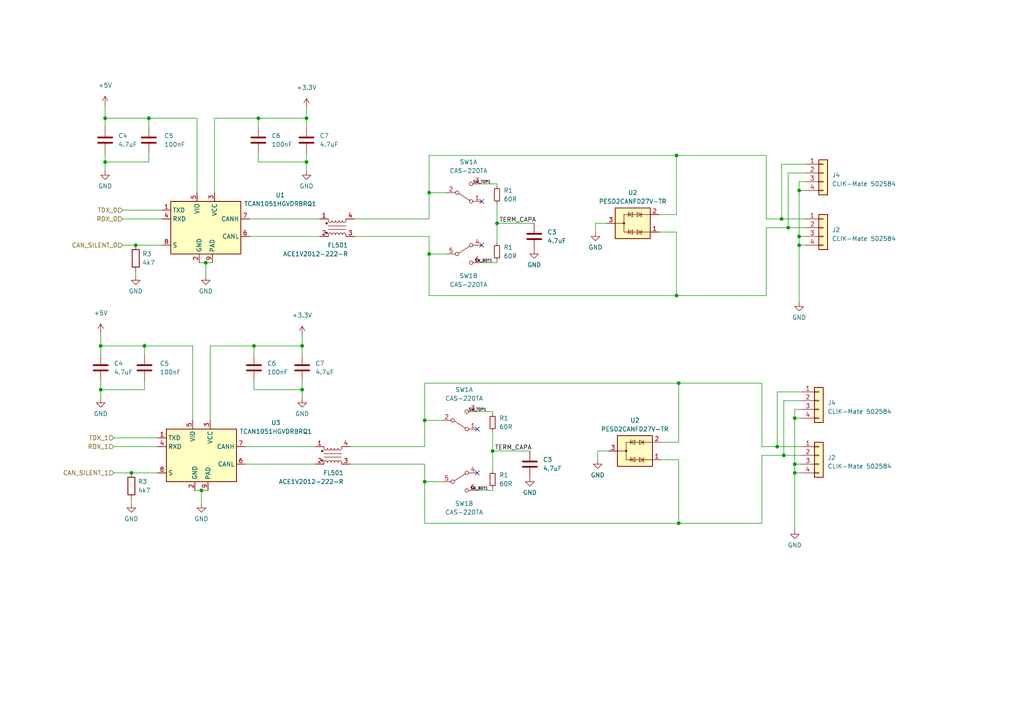
<source format=kicad_sch>
(kicad_sch (version 20230121) (generator eeschema)
  (paper "A4")
  (title_block (title "CAN BUS") (date "2023-11-15") (rev "1.0") (comment 1 "Author Originel: Yassine Bakkali") (comment 2 "Revision faite par Pedro Conde"))
  (lib_symbols
    (symbol "0_power_protection:PESD2CANFD27V-TR" (pin_names hide)
      (property "Reference" "U" (at -3.81 -6.985 0))
      (property "Value" "PESD2CANFD27V-TR" (at 14.605 -7.62 0))
      (symbol "PESD2CANFD27V-TR_0_0"
        (pin passive line (at 0 -8.255 90) (length 2.54) (name "CC") (number "3"))
      )
      (symbol "PESD2CANFD27V-TR_0_1"
        (rectangle (start -4.445 4.445) (end 4.445 -5.715) (stroke (width 0.254)) (fill (type background)))
        (circle (center 0 -3.175) (radius 0.254) (fill (type outline)))
        (polyline (pts (xy -2.54 -3.175) (xy -2.54 -1.905)))
        (polyline (pts (xy -2.54 -3.175) (xy 2.54 -3.175)))
        (polyline (pts (xy -2.54 1.905) (xy -2.54 -1.905)))
        (polyline (pts (xy -2.54 4.445) (xy -2.54 1.905)))
        (polyline (pts (xy 0 -3.175) (xy 0 -5.715)))
        (polyline (pts (xy 2.54 -3.175) (xy 2.54 -1.905)))
        (polyline (pts (xy 2.54 1.905) (xy 2.54 -1.905)))
        (polyline (pts (xy 2.54 4.445) (xy 2.54 1.905)))
        (polyline (pts (xy -3.175 -1.651) (xy -3.175 -1.905) (xy -1.905 -1.905)))
        (polyline (pts (xy -3.175 1.905) (xy -1.905 1.905) (xy -1.905 1.651)))
        (polyline (pts (xy 1.905 -1.651) (xy 1.905 -1.905) (xy 3.175 -1.905)))
        (polyline (pts (xy 1.905 1.905) (xy 3.175 1.905) (xy 3.175 1.651)))
        (polyline (pts (xy -2.54 -1.905) (xy -3.175 -0.635) (xy -1.905 -0.635) (xy -2.54 -1.905)))
        (polyline (pts (xy -2.54 1.905) (xy -1.905 0.635) (xy -3.175 0.635) (xy -2.54 1.905)))
        (polyline (pts (xy 2.54 -1.905) (xy 1.905 -0.635) (xy 3.175 -0.635) (xy 2.54 -1.905)))
        (polyline (pts (xy 2.54 1.905) (xy 3.175 0.635) (xy 1.905 0.635) (xy 2.54 1.905)))
      )
      (symbol "PESD2CANFD27V-TR_1_1"
        (pin passive line (at 2.54 6.985 270) (length 2.54) (name "K1") (number "1"))
        (pin passive line (at -2.54 6.985 270) (length 2.54) (name "K2") (number "2"))
      )
    )
    (symbol "Connector_Generic:Conn_01x04" (pin_names (offset 1.016) hide)
      (property "Reference" "J" (at 0 5.08 0))
      (property "Value" "Conn_01x04" (at 0 -7.62 0))
      (symbol "Conn_01x04_1_1"
        (rectangle (start -1.27 -4.953) (end 0 -5.207) (stroke (width 0.1524)))
        (rectangle (start -1.27 -2.413) (end 0 -2.667) (stroke (width 0.1524)))
        (rectangle (start -1.27 0.127) (end 0 -0.127) (stroke (width 0.1524)))
        (rectangle (start -1.27 2.667) (end 0 2.413) (stroke (width 0.1524)))
        (rectangle (start -1.27 3.81) (end 1.27 -6.35) (stroke (width 0.254)) (fill (type background)))
        (pin passive line (at -5.08 2.54 0) (length 3.81) (name "Pin_1") (number "1"))
        (pin passive line (at -5.08 0 0) (length 3.81) (name "Pin_2") (number "2"))
        (pin passive line (at -5.08 -2.54 0) (length 3.81) (name "Pin_3") (number "3"))
        (pin passive line (at -5.08 -5.08 0) (length 3.81) (name "Pin_4") (number "4"))
      )
    )
    (symbol "Device:C" (pin_numbers hide) (pin_names (offset 0.254))
      (property "Reference" "C" (at 0.635 2.54 0))
      (property "Value" "C" (at 0.635 -2.54 0))
      (symbol "C_0_1"
        (polyline (pts (xy -2.032 -0.762) (xy 2.032 -0.762)) (stroke (width 0.508)))
        (polyline (pts (xy -2.032 0.762) (xy 2.032 0.762)) (stroke (width 0.508)))
      )
      (symbol "C_1_1"
        (pin passive line (at 0 3.81 270) (length 2.794) (name "~") (number "1"))
        (pin passive line (at 0 -3.81 90) (length 2.794) (name "~") (number "2"))
      )
    )
    (symbol "Device:Filter_EMI_LL_1423" (pin_names hide)
      (property "Reference" "FL" (at 0 4.445 0))
      (property "Value" "Filter_EMI_LL_1423" (at 0 -4.445 0))
      (symbol "Filter_EMI_LL_1423_0_1"
        (circle (center -3.048 -1.27) (radius 0.254) (fill (type outline)))
        (circle (center -3.048 1.524) (radius 0.254) (fill (type outline)))
        (arc (start -2.54 2.032) (mid -2.032 1.5262) (end -1.524 2.032))
        (arc (start -1.524 -2.032) (mid -2.032 -1.5262) (end -2.54 -2.032))
        (arc (start -1.524 2.032) (mid -1.016 1.5262) (end -0.508 2.032))
        (arc (start -0.508 -2.032) (mid -1.016 -1.5262) (end -1.524 -2.032))
        (arc (start -0.508 2.032) (mid 0 1.5262) (end 0.508 2.032))
        (polyline (pts (xy -2.54 -2.032) (xy -2.54 -2.54)))
        (polyline (pts (xy -2.54 0.508) (xy 2.54 0.508)))
        (polyline (pts (xy -2.54 2.032) (xy -2.54 2.54)))
        (polyline (pts (xy 2.54 -2.032) (xy 2.54 -2.54)))
        (polyline (pts (xy 2.54 -0.508) (xy -2.54 -0.508)))
        (polyline (pts (xy 2.54 2.54) (xy 2.54 2.032)))
        (arc (start 0.508 -2.032) (mid 0 -1.5262) (end -0.508 -2.032))
        (arc (start 0.508 2.032) (mid 1.016 1.5262) (end 1.524 2.032))
        (arc (start 1.524 -2.032) (mid 1.016 -1.5262) (end 0.508 -2.032))
        (arc (start 1.524 2.032) (mid 2.032 1.5262) (end 2.54 2.032))
        (arc (start 2.54 -2.032) (mid 2.032 -1.5262) (end 1.524 -2.032))
      )
      (symbol "Filter_EMI_LL_1423_1_1"
        (pin passive line (at -5.08 -2.54 0) (length 2.54) (name "1") (number "1"))
        (pin passive line (at -5.08 2.54 0) (length 2.54) (name "2") (number "2"))
        (pin passive line (at 5.08 2.54 180) (length 2.54) (name "3") (number "3"))
        (pin passive line (at 5.08 -2.54 180) (length 2.54) (name "4") (number "4"))
      )
    )
    (symbol "Device:R" (pin_numbers hide) (pin_names (offset 0))
      (property "Reference" "R" (at 2.032 0 90))
      (property "Value" "R" (at 0 0 90))
      (symbol "R_0_1"
        (rectangle (start -1.016 -2.54) (end 1.016 2.54) (stroke (width 0.254)))
      )
      (symbol "R_1_1"
        (pin passive line (at 0 3.81 270) (length 1.27) (name "~") (number "1"))
        (pin passive line (at 0 -3.81 90) (length 1.27) (name "~") (number "2"))
      )
    )
    (symbol "Device:R_Small" (pin_numbers hide) (pin_names (offset 0.254) hide)
      (property "Reference" "R" (at 0.762 0.508 0))
      (property "Value" "R_Small" (at 0.762 -1.016 0))
      (symbol "R_Small_0_1"
        (rectangle (start -0.762 1.778) (end 0.762 -1.778) (stroke (width 0.2032)))
      )
      (symbol "R_Small_1_1"
        (pin passive line (at 0 2.54 270) (length 0.762) (name "~") (number "1"))
        (pin passive line (at 0 -2.54 90) (length 0.762) (name "~") (number "2"))
      )
    )
    (symbol "Jetson Hat:TCAN1051HGDQ1"
      (property "Reference" "U2" (at 10.16 8.89 0))
      (property "Value" "TCAN1051HGVDRBRQ1" (at -3.175 -9.525 0))
      (symbol "TCAN1051HGDQ1_0_1"
        (rectangle (start -10.16 7.62) (end 10.16 -7.62) (stroke (width 0.254)) (fill (type background)))
      )
      (symbol "TCAN1051HGDQ1_1_1"
        (pin input line (at -12.7 5.08 0) (length 2.54) (name "TXD") (number "1"))
        (pin power_in line (at -1.905 -10.16 90) (length 2.54) (name "GND") (number "2"))
        (pin power_in line (at 2.54 10.16 270) (length 2.54) (name "VCC") (number "3"))
        (pin output line (at -12.7 2.54 0) (length 2.54) (name "RXD") (number "4"))
        (pin power_in line (at -2.54 10.16 270) (length 2.54) (name "VIO") (number "5"))
        (pin bidirectional line (at 12.7 -2.54 180) (length 2.54) (name "CANL") (number "6"))
        (pin bidirectional line (at 12.7 2.54 180) (length 2.54) (name "CANH") (number "7"))
        (pin input line (at -12.7 -5.08 0) (length 2.54) (name "S") (number "8"))
        (pin passive line (at 1.905 -10.16 90) (length 2.54) (name "PAD") (number "9"))
      )
    )
    (symbol "PCM_4ms_Power-symbol:GND" (power) (pin_names (offset 0))
      (property "Value" "GND" (at 0 -3.81 0))
      (symbol "GND_0_1"
        (polyline (pts (xy 0 0) (xy 0 -1.27) (xy 1.27 -1.27) (xy 0 -2.54) (xy -1.27 -1.27) (xy 0 -1.27)))
      )
      (symbol "GND_1_1"
        (pin power_in line (at 0 0 270) (length 0) hide (name "GND") (number "1"))
      )
    )
    (symbol "Switch:SW_DPDT_x2" (pin_names (offset 0) hide)
      (property "Reference" "SW" (at 0 4.318 0))
      (property "Value" "SW_DPDT_x2" (at 0 -5.08 0))
      (symbol "SW_DPDT_x2_0_0"
        (circle (center -2.032 0) (radius 0.508))
        (circle (center 2.032 -2.54) (radius 0.508))
      )
      (symbol "SW_DPDT_x2_0_1"
        (polyline (pts (xy -1.524 0.254) (xy 1.651 2.286)))
        (circle (center 2.032 2.54) (radius 0.508))
      )
      (symbol "SW_DPDT_x2_1_1"
        (pin passive line (at 5.08 2.54 180) (length 2.54) (name "A") (number "1"))
        (pin passive line (at -5.08 0 0) (length 2.54) (name "B") (number "2"))
        (pin passive line (at 5.08 -2.54 180) (length 2.54) (name "C") (number "3"))
      )
      (symbol "SW_DPDT_x2_2_1"
        (pin passive line (at 5.08 2.54 180) (length 2.54) (name "A") (number "4"))
        (pin passive line (at -5.08 0 0) (length 2.54) (name "B") (number "5"))
        (pin passive line (at 5.08 -2.54 180) (length 2.54) (name "C") (number "6"))
      )
    )
    (symbol "power:+3.3V" (power) (pin_names (offset 0))
      (property "Value" "+3.3V" (at 0 3.556 0))
      (symbol "+3.3V_0_1"
        (polyline (pts (xy -0.762 1.27) (xy 0 2.54)))
        (polyline (pts (xy 0 0) (xy 0 2.54)))
        (polyline (pts (xy 0 2.54) (xy 0.762 1.27)))
      )
      (symbol "+3.3V_1_1"
        (pin power_in line (at 0 0 90) (length 0) hide (name "+3.3V") (number "1"))
      )
    )
    (symbol "power:+5V" (power) (pin_names (offset 0))
      (property "Value" "+5V" (at 0 3.556 0))
      (symbol "+5V_0_1"
        (polyline (pts (xy -0.762 1.27) (xy 0 2.54)))
        (polyline (pts (xy 0 0) (xy 0 2.54)))
        (polyline (pts (xy 0 2.54) (xy 0.762 1.27)))
      )
      (symbol "+5V_1_1"
        (pin power_in line (at 0 0 90) (length 0) hide (name "+5V") (number "1"))
      )
    )
    (symbol "power:GND" (power) (pin_names (offset 0))
      (property "Value" "GND" (at 0 -3.81 0))
      (symbol "GND_0_1"
        (polyline (pts (xy 0 0) (xy 0 -1.27) (xy 1.27 -1.27) (xy 0 -2.54) (xy -1.27 -1.27) (xy 0 -1.27)))
      )
      (symbol "GND_1_1"
        (pin power_in line (at 0 0 270) (length 0) hide (name "GND") (number "1"))
      )
    )
  )
  (junction (at 123.19 121.92))
  (junction (at 29.21 100.33))
  (junction (at 231.775 68.58))
  (junction (at 196.85 111.125))
  (junction (at 196.85 151.765))
  (junction (at 230.505 137.16))
  (junction (at 226.695 63.5))
  (junction (at 87.63 100.33))
  (junction (at 123.19 139.7))
  (junction (at 88.9 46.99))
  (junction (at 231.775 71.12))
  (junction (at 38.1 137.16))
  (junction (at 88.9 34.29))
  (junction (at 228.6 66.04))
  (junction (at 29.21 113.03))
  (junction (at 74.93 34.29))
  (junction (at 43.18 34.29))
  (junction (at 144.145 64.77))
  (junction (at 230.505 121.285))
  (junction (at 30.48 34.29))
  (junction (at 196.215 85.725))
  (junction (at 41.91 100.33))
  (junction (at 58.42 142.24))
  (junction (at 227.33 132.08))
  (junction (at 231.775 55.245))
  (junction (at 142.875 130.81))
  (junction (at 196.215 45.085))
  (junction (at 87.63 113.03))
  (junction (at 30.48 46.99))
  (junction (at 59.69 76.2))
  (junction (at 124.46 73.66))
  (junction (at 73.66 100.33))
  (junction (at 225.425 129.54))
  (junction (at 39.37 71.12))
  (junction (at 124.46 55.88))
  (junction (at 230.505 134.62))
  (no_connect (at 138.43 137.16))
  (no_connect (at 138.43 124.46))
  (no_connect (at 139.7 71.12))
  (no_connect (at 139.7 58.42))
  (wire (pts (xy 225.425 129.54) (xy 232.41 129.54)))
  (wire (pts (xy 227.33 132.08) (xy 232.41 132.08)))
  (wire (pts (xy 73.66 113.03) (xy 73.66 110.49)))
  (wire (pts (xy 56.515 142.24) (xy 58.42 142.24)))
  (wire (pts (xy 142.875 130.81) (xy 142.875 136.525)))
  (wire (pts (xy 73.66 113.03) (xy 87.63 113.03)))
  (wire (pts (xy 222.25 66.04) (xy 228.6 66.04)))
  (wire (pts (xy 30.48 30.48) (xy 30.48 34.29)))
  (wire (pts (xy 196.85 133.35) (xy 191.77 133.35)))
  (wire (pts (xy 230.505 134.62) (xy 232.41 134.62)))
  (wire (pts (xy 144.145 75.565) (xy 144.145 76.2)))
  (wire (pts (xy 39.37 78.74) (xy 39.37 80.01)))
  (wire (pts (xy 73.66 100.33) (xy 60.96 100.33)))
  (wire (pts (xy 39.37 71.12) (xy 46.99 71.12)))
  (wire (pts (xy 87.63 100.33) (xy 87.63 102.87)))
  (wire (pts (xy 29.21 96.52) (xy 29.21 100.33)))
  (wire (pts (xy 142.875 119.38) (xy 138.43 119.38)))
  (wire (pts (xy 72.39 63.5) (xy 92.71 63.5)))
  (wire (pts (xy 231.775 68.58) (xy 233.68 68.58)))
  (wire (pts (xy 231.775 55.245) (xy 231.775 68.58)))
  (wire (pts (xy 60.325 142.24) (xy 58.42 142.24)))
  (wire (pts (xy 29.21 100.33) (xy 41.91 100.33)))
  (wire (pts (xy 230.505 121.285) (xy 230.505 118.745)))
  (wire (pts (xy 230.505 118.745) (xy 232.41 118.745)))
  (wire (pts (xy 38.1 137.16) (xy 45.72 137.16)))
  (wire (pts (xy 144.145 76.2) (xy 139.7 76.2)))
  (wire (pts (xy 41.91 99.695) (xy 41.91 100.33)))
  (wire (pts (xy 231.775 68.58) (xy 231.775 71.12)))
  (wire (pts (xy 87.63 97.155) (xy 87.63 100.33)))
  (wire (pts (xy 30.48 34.29) (xy 30.48 36.83)))
  (wire (pts (xy 172.72 64.77) (xy 175.895 64.77)))
  (wire (pts (xy 73.66 102.87) (xy 73.66 100.33)))
  (wire (pts (xy 43.18 34.29) (xy 43.18 36.83)))
  (wire (pts (xy 196.215 85.725) (xy 196.215 67.31)))
  (wire (pts (xy 101.6 129.54) (xy 123.19 129.54)))
  (wire (pts (xy 142.875 125.095) (xy 142.875 130.81)))
  (wire (pts (xy 41.91 100.33) (xy 41.91 102.87)))
  (wire (pts (xy 88.9 46.99) (xy 88.9 49.53)))
  (wire (pts (xy 220.98 111.125) (xy 220.98 129.54)))
  (wire (pts (xy 230.505 153.67) (xy 230.505 137.16)))
  (wire (pts (xy 60.96 100.33) (xy 60.96 121.92)))
  (wire (pts (xy 74.93 36.83) (xy 74.93 34.29)))
  (wire (pts (xy 88.9 34.29) (xy 88.9 36.83)))
  (wire (pts (xy 29.21 113.03) (xy 29.21 115.57)))
  (wire (pts (xy 231.775 55.245) (xy 231.775 52.705)))
  (wire (pts (xy 74.93 46.99) (xy 74.93 44.45)))
  (wire (pts (xy 230.505 134.62) (xy 230.505 137.16)))
  (wire (pts (xy 173.355 133.35) (xy 173.355 130.81)))
  (wire (pts (xy 124.46 68.58) (xy 124.46 73.66)))
  (wire (pts (xy 33.02 129.54) (xy 45.72 129.54)))
  (wire (pts (xy 123.19 139.7) (xy 128.27 139.7)))
  (wire (pts (xy 62.23 34.29) (xy 62.23 55.88)))
  (wire (pts (xy 124.46 73.66) (xy 129.54 73.66)))
  (wire (pts (xy 73.66 100.33) (xy 87.63 100.33)))
  (wire (pts (xy 220.98 132.08) (xy 220.98 151.765)))
  (wire (pts (xy 123.19 139.7) (xy 123.19 151.765)))
  (wire (pts (xy 74.93 46.99) (xy 88.9 46.99)))
  (wire (pts (xy 43.18 33.655) (xy 43.18 34.29)))
  (wire (pts (xy 87.63 110.49) (xy 87.63 113.03)))
  (wire (pts (xy 123.19 134.62) (xy 123.19 139.7)))
  (wire (pts (xy 220.98 132.08) (xy 227.33 132.08)))
  (wire (pts (xy 226.695 63.5) (xy 233.68 63.5)))
  (wire (pts (xy 124.46 45.085) (xy 124.46 55.88)))
  (wire (pts (xy 61.595 76.2) (xy 59.69 76.2)))
  (wire (pts (xy 88.9 31.115) (xy 88.9 34.29)))
  (wire (pts (xy 88.9 44.45) (xy 88.9 46.99)))
  (wire (pts (xy 123.19 151.765) (xy 196.85 151.765)))
  (wire (pts (xy 196.85 151.765) (xy 220.98 151.765)))
  (wire (pts (xy 124.46 55.88) (xy 124.46 63.5)))
  (wire (pts (xy 124.46 55.88) (xy 129.54 55.88)))
  (wire (pts (xy 30.48 34.29) (xy 43.18 34.29)))
  (wire (pts (xy 38.1 144.78) (xy 38.1 146.05)))
  (wire (pts (xy 41.91 113.03) (xy 29.21 113.03)))
  (wire (pts (xy 230.505 121.285) (xy 232.41 121.285)))
  (wire (pts (xy 41.91 100.33) (xy 55.88 100.33)))
  (wire (pts (xy 102.87 63.5) (xy 124.46 63.5)))
  (wire (pts (xy 35.56 63.5) (xy 46.99 63.5)))
  (wire (pts (xy 196.85 128.27) (xy 191.77 128.27)))
  (wire (pts (xy 43.18 46.99) (xy 30.48 46.99)))
  (wire (pts (xy 123.19 111.125) (xy 196.85 111.125)))
  (wire (pts (xy 74.93 34.29) (xy 62.23 34.29)))
  (wire (pts (xy 231.775 71.12) (xy 233.68 71.12)))
  (wire (pts (xy 226.695 47.625) (xy 226.695 63.5)))
  (wire (pts (xy 144.145 64.77) (xy 144.145 70.485)))
  (wire (pts (xy 43.18 44.45) (xy 43.18 46.99)))
  (wire (pts (xy 228.6 66.04) (xy 233.68 66.04)))
  (wire (pts (xy 142.875 142.24) (xy 138.43 142.24)))
  (wire (pts (xy 123.19 121.92) (xy 128.27 121.92)))
  (wire (pts (xy 71.12 134.62) (xy 91.44 134.62)))
  (wire (pts (xy 124.46 45.085) (xy 196.215 45.085)))
  (wire (pts (xy 225.425 129.54) (xy 220.98 129.54)))
  (wire (pts (xy 144.145 53.34) (xy 139.7 53.34)))
  (wire (pts (xy 144.145 64.77) (xy 154.94 64.77)))
  (wire (pts (xy 71.12 129.54) (xy 91.44 129.54)))
  (wire (pts (xy 41.91 110.49) (xy 41.91 113.03)))
  (wire (pts (xy 227.33 116.205) (xy 227.33 132.08)))
  (wire (pts (xy 142.875 120.015) (xy 142.875 119.38)))
  (wire (pts (xy 29.21 113.03) (xy 29.21 110.49)))
  (wire (pts (xy 30.48 46.99) (xy 30.48 49.53)))
  (wire (pts (xy 33.02 137.16) (xy 38.1 137.16)))
  (wire (pts (xy 123.19 111.125) (xy 123.19 121.92)))
  (wire (pts (xy 196.215 45.085) (xy 196.215 62.23)))
  (wire (pts (xy 144.145 59.055) (xy 144.145 64.77)))
  (wire (pts (xy 43.18 34.29) (xy 57.15 34.29)))
  (wire (pts (xy 230.505 121.285) (xy 230.505 134.62)))
  (wire (pts (xy 226.695 47.625) (xy 233.68 47.625)))
  (wire (pts (xy 144.145 53.975) (xy 144.145 53.34)))
  (wire (pts (xy 124.46 73.66) (xy 124.46 85.725)))
  (wire (pts (xy 142.875 141.605) (xy 142.875 142.24)))
  (wire (pts (xy 30.48 46.99) (xy 30.48 44.45)))
  (wire (pts (xy 196.215 85.725) (xy 222.25 85.725)))
  (wire (pts (xy 59.69 76.2) (xy 59.69 80.01)))
  (wire (pts (xy 124.46 85.725) (xy 196.215 85.725)))
  (wire (pts (xy 173.355 130.81) (xy 176.53 130.81)))
  (wire (pts (xy 58.42 142.24) (xy 58.42 146.05)))
  (wire (pts (xy 196.85 151.765) (xy 196.85 133.35)))
  (wire (pts (xy 172.72 67.31) (xy 172.72 64.77)))
  (wire (pts (xy 35.56 60.96) (xy 46.99 60.96)))
  (wire (pts (xy 57.785 76.2) (xy 59.69 76.2)))
  (wire (pts (xy 33.02 127) (xy 45.72 127)))
  (wire (pts (xy 196.215 62.23) (xy 191.135 62.23)))
  (wire (pts (xy 196.215 67.31) (xy 191.135 67.31)))
  (wire (pts (xy 231.775 55.245) (xy 233.68 55.245)))
  (wire (pts (xy 142.875 130.81) (xy 153.67 130.81)))
  (wire (pts (xy 227.33 116.205) (xy 232.41 116.205)))
  (wire (pts (xy 222.25 66.04) (xy 222.25 85.725)))
  (wire (pts (xy 231.775 87.63) (xy 231.775 71.12)))
  (wire (pts (xy 72.39 68.58) (xy 92.71 68.58)))
  (wire (pts (xy 196.85 111.125) (xy 220.98 111.125)))
  (wire (pts (xy 74.93 34.29) (xy 88.9 34.29)))
  (wire (pts (xy 196.215 45.085) (xy 222.25 45.085)))
  (wire (pts (xy 222.25 45.085) (xy 222.25 63.5)))
  (wire (pts (xy 231.775 52.705) (xy 233.68 52.705)))
  (wire (pts (xy 123.19 121.92) (xy 123.19 129.54)))
  (wire (pts (xy 87.63 113.03) (xy 87.63 115.57)))
  (wire (pts (xy 228.6 50.165) (xy 233.68 50.165)))
  (wire (pts (xy 228.6 50.165) (xy 228.6 66.04)))
  (wire (pts (xy 225.425 113.665) (xy 232.41 113.665)))
  (wire (pts (xy 29.21 100.33) (xy 29.21 102.87)))
  (wire (pts (xy 35.56 71.12) (xy 39.37 71.12)))
  (wire (pts (xy 102.87 68.58) (xy 124.46 68.58)))
  (wire (pts (xy 225.425 113.665) (xy 225.425 129.54)))
  (wire (pts (xy 101.6 134.62) (xy 123.19 134.62)))
  (wire (pts (xy 196.85 111.125) (xy 196.85 128.27)))
  (wire (pts (xy 226.695 63.5) (xy 222.25 63.5)))
  (wire (pts (xy 57.15 34.29) (xy 57.15 55.88)))
  (wire (pts (xy 55.88 100.33) (xy 55.88 121.92)))
  (wire (pts (xy 230.505 137.16) (xy 232.41 137.16)))
  (label "SW_TOP1" (at 142.3982 53.34 180) (effects (font (size 0.762 0.762))))
  (label "TERM_CAPA" (at 143.51 130.81 0))
  (label "SW_TOP1" (at 141.1282 119.38 180) (effects (font (size 0.762 0.762))))
  (label "SW_BOT1" (at 142.875 76.2 180) (effects (font (size 0.762 0.762))))
  (label "SW_BOT1" (at 141.605 142.24 180) (effects (font (size 0.762 0.762))))
  (label "TERM_CAPA" (at 144.78 64.77 0))
  (hierarchical_label "CAN_SILENT_0" (shape input) (at 35.56 71.12 180))
  (hierarchical_label "TDX_1" (shape input) (at 33.02 127 180))
  (hierarchical_label "RDX_0" (shape input) (at 35.56 63.5 180))
  (hierarchical_label "RDX_1" (shape input) (at 33.02 129.54 180))
  (hierarchical_label "TDX_0" (shape input) (at 35.56 60.96 180))
  (hierarchical_label "CAN_SILENT_1" (shape input) (at 33.02 137.16 180))
  (symbol (lib_id "power:+3.3V") (at 88.9 31.115 0) (unit 1)
    (property "Reference" "#PWR08" (effects hide))
    (property "Value" "+3.3V" (at 88.9 25.4 0))
    (instances (project "can_transceiver" (path "" (reference "#PWR08") (unit 1))) (project "NODE_CONNECTORS" (path "" (reference "#PWR08") (unit 1))) (project "orion_pcb" (path "" (reference "#PWR0521") (unit 1))) (project "HatV1" (path "" (reference "#PWR03") (unit 1))))
  )
  (symbol (lib_id "Device:C") (at 74.93 40.64 0) (unit 1)
    (property "Reference" "C6" (at 78.74 39.3699 0) (effects (justify left)))
    (property "Value" "100nF" (at 78.74 41.9099 0) (effects (justify left)))
    (property "Footprint" "Capacitor_SMD:C_0402_1005Metric" (effects hide))
    (property "Datasheet" "https://www.yuden.co.jp/productdata/catalog/mlcc06_e.pdf" (effects hide))
    (property "Digikey ref" "587-3498-1-ND" (effects hide))
    (property "Manufacturer ref" "UMK105B7104KV-FR" (effects hide))
    (instances (project "can_transceiver" (path "" (reference "C6") (unit 1))) (project "NODE_CONNECTORS" (path "" (reference "C6") (unit 1))) (project "orion_pcb" (path "" (reference "C511") (unit 1))) (project "HatV1" (path "" (reference "C3") (unit 1))))
  )
  (symbol (lib_id "power:+5V") (at 30.48 30.48 0) (unit 1)
    (property "Reference" "#PWR05" (effects hide))
    (property "Value" "+5V" (at 30.48 24.765 0))
    (instances (project "can_transceiver" (path "" (reference "#PWR05") (unit 1))) (project "NODE_CONNECTORS" (path "" (reference "#PWR05") (unit 1))) (project "orion_pcb" (path "" (reference "#PWR0515") (unit 1))) (project "HatV1" (path "" (reference "#PWR01") (unit 1))))
  )
  (symbol (lib_id "Device:Filter_EMI_LL_1423") (at 97.79 66.04 0) (mirror x) (unit 1)
    (property "Reference" "FL501" (at 100.965 71.12 0) (effects (justify right)))
    (property "Value" "ACE1V2012-222-R" (at 100.965 73.66 0) (effects (justify right)))
    (property "Footprint" "0_inductor:ACE1V2012-222-R" (effects hide))
    (property "Datasheet" "https://www.eaton.com/content/dam/eaton/products/electronic-components/resources/data-sheet/eaton-ace1v2012-automotive-common-mode-chip-inductor-data-sheet.pdf" (effects hide))
    (property "Digikey ref" "283-ACE1V2012-222-RCT-ND" (effects hide))
    (property "Manufacturer ref" "ACE1V2012-222-R" (effects hide))
    (instances (project "NODE_CONNECTORS" (path "" (reference "FL501") (unit 1))) (project "orion_pcb" (path "" (reference "FL501") (unit 1))) (project "HatV1" (path "" (reference "FL1") (unit 1))))
  )
  (symbol (lib_id "Jetson Hat:TCAN1051HGDQ1") (at 58.42 132.08 0) (unit 1)
    (property "Reference" "U3" (at 80.01 122.6119 0))
    (property "Value" "TCAN1051HGVDRBRQ1" (at 80.01 125.1519 0))
    (property "Footprint" "0_various:HVSON-8-1EP_3x3mm_P0.65mm_EP1.6x2.4mm_ThermalVias" (effects hide))
    (property "Datasheet" "https://www.ti.com/general/docs/suppproductinfo.tsp?distId=10&gotoUrl=https%3A%2F%2Fwww.ti.com%2Flit%2Fgpn%2Ftcan1051-q1" (effects hide))
    (property "Manufacturer ref" "TCAN1051HGVDRBRQ1" (effects hide))
    (property "Digikey ref" "296-TCAN1051HGVDRBRQ1CT-ND" (effects hide))
  )
  (symbol (lib_id "PCM_4ms_Power-symbol:GND") (at 173.355 133.35 0) (unit 1)
    (property "Reference" "#PWR02" (effects hide))
    (property "Value" "GND" (at 173.355 137.795 0))
    (instances (project "jetson_hat" (path "" (reference "#PWR02") (unit 1)) (path "" (reference "#PWR011") (unit 1)) (path "" (reference "#PWR021") (unit 1)) (path "" (reference "#PWR044") (unit 1))) (project "HatV1" (path "" (reference "#PWR017") (unit 1))))
  )
  (symbol (lib_id "Connector_Generic:Conn_01x04") (at 238.76 66.04 0) (unit 1)
    (property "Reference" "J2" (at 241.3 66.675 0) (effects (justify left)))
    (property "Value" "CLIK-Mate 502584" (at 241.3 69.215 0) (effects (justify left)))
    (property "Footprint" "Connector_Molex:Molex_CLIK-Mate_505405-0470_1x04-1MP_P1.50mm_Vertical" (effects hide))
    (instances (project "jetson_hat" (path "" (reference "J2") (unit 1)) (path "" (reference "J3") (unit 1)) (path "" (reference "J9") (unit 1))) (project "HatV1" (path "" (reference "J2") (unit 1))))
  )
  (symbol (lib_id "Device:Filter_EMI_LL_1423") (at 96.52 132.08 0) (mirror x) (unit 1)
    (property "Reference" "FL501" (at 99.695 137.16 0) (effects (justify right)))
    (property "Value" "ACE1V2012-222-R" (at 99.695 139.7 0) (effects (justify right)))
    (property "Footprint" "0_inductor:ACE1V2012-222-R" (effects hide))
    (property "Datasheet" "https://www.eaton.com/content/dam/eaton/products/electronic-components/resources/data-sheet/eaton-ace1v2012-automotive-common-mode-chip-inductor-data-sheet.pdf" (effects hide))
    (property "Digikey ref" "283-ACE1V2012-222-RCT-ND" (effects hide))
    (property "Manufacturer ref" "ACE1V2012-222-R" (effects hide))
    (instances (project "NODE_CONNECTORS" (path "" (reference "FL501") (unit 1))) (project "orion_pcb" (path "" (reference "FL501") (unit 1))) (project "HatV1" (path "" (reference "FL2") (unit 1))))
  )
  (symbol (lib_id "0_power_protection:PESD2CANFD27V-TR") (at 184.785 130.81 270) (unit 1)
    (property "Reference" "U2" (at 184.15 121.92 90))
    (property "Value" "PESD2CANFD27V-TR" (at 184.15 124.46 90))
    (property "Footprint" "Package_TO_SOT_SMD:SOT-23" (effects hide))
    (property "Datasheet" "https://assets.nexperia.com/documents/data-sheet/PESD2CANFD27V-T.pdf" (effects hide))
    (instances (project "jetson_hat" (path "" (reference "U2") (unit 1)) (path "" (reference "U4") (unit 1)) (path "" (reference "U8") (unit 1))) (project "HatV1" (path "" (reference "U4") (unit 1))))
  )
  (symbol (lib_id "power:GND") (at 58.42 146.05 0) (unit 1)
    (property "Reference" "#PWR010" (effects hide))
    (property "Value" "GND" (at 58.42 150.495 0))
    (instances (project "can_transceiver" (path "" (reference "#PWR010") (unit 1))) (project "orion_pcb" (path "" (reference "#PWR0519") (unit 1))) (project "HatV1" (path "" (reference "#PWR013") (unit 1))))
  )
  (symbol (lib_id "Device:R_Small") (at 144.145 73.025 0) (unit 1)
    (property "Reference" "R1" (at 146.05 71.7549 0) (effects (justify left)))
    (property "Value" "60R" (at 146.05 74.2949 0) (effects (justify left)))
    (property "Footprint" "Resistor_SMD:R_0603_1608Metric" (effects hide))
    (property "Datasheet" "https://www.vishay.com/docs/20043/crcwhpe3.pdf" (effects hide))
    (property "Digikey ref" "541-60.4SCT-ND" (effects hide))
    (property "Manufacturer ref" "CRCW060360R4FKEAHP" (effects hide))
    (instances (project "can_transceiver" (path "" (reference "R1") (unit 1))) (project "orion_pcb" (path "" (reference "R502") (unit 1))) (project "HatV1" (path "" (reference "R2") (unit 1))))
  )
  (symbol (lib_id "Device:C") (at 41.91 106.68 0) (unit 1)
    (property "Reference" "C5" (at 46.355 105.41 0) (effects (justify left)))
    (property "Value" "100nF" (at 46.355 107.95 0) (effects (justify left)))
    (property "Footprint" "Capacitor_SMD:C_0402_1005Metric" (effects hide))
    (property "Datasheet" "https://www.yuden.co.jp/productdata/catalog/mlcc06_e.pdf" (effects hide))
    (property "Digikey ref" "587-3498-1-ND" (effects hide))
    (property "Manufacturer ref" "UMK105B7104KV-FR" (effects hide))
    (instances (project "can_transceiver" (path "" (reference "C5") (unit 1))) (project "NODE_CONNECTORS" (path "" (reference "C5") (unit 1))) (project "orion_pcb" (path "" (reference "C510") (unit 1))) (project "HatV1" (path "" (reference "C7") (unit 1))))
  )
  (symbol (lib_id "Connector_Generic:Conn_01x04") (at 238.76 50.165 0) (unit 1)
    (property "Reference" "J4" (at 241.3 50.8 0) (effects (justify left)))
    (property "Value" "CLIK-Mate 502584" (at 241.3 53.34 0) (effects (justify left)))
    (property "Footprint" "Connector_Molex:Molex_CLIK-Mate_505405-0470_1x04-1MP_P1.50mm_Vertical" (effects hide))
    (instances (project "jetson_hat" (path "" (reference "J4") (unit 1)) (path "" (reference "J5") (unit 1)) (path "" (reference "J7") (unit 1))) (project "HatV1" (path "" (reference "J1") (unit 1))))
  )
  (symbol (lib_id "Switch:SW_DPDT_x2") (at 134.62 73.66 0) (unit 2)
    (property "Reference" "SW1" (at 135.89 80.01 0))
    (property "Value" "CAS-220TA" (at 135.89 82.55 0))
    (property "Footprint" "0_switch_button:CAS-220A_NDC-L" (effects hide))
    (property "Datasheet" "https://www.nidec-copal-electronics.com/e/catalog/switch/cas.pdf" (effects hide))
    (property "Manufacturer ref" "CAS-220TA" (effects hide))
    (property "Digikey ref" "CAS220JCT-ND" (effects hide))
    (instances (project "can_transceiver" (path "" (reference "SW1") (unit 2))) (project "orion_pcb" (path "" (reference "SW501") (unit 2))) (project "HatV1" (path "" (reference "SW1") (unit 2))))
  )
  (symbol (lib_id "PCM_4ms_Power-symbol:GND") (at 172.72 67.31 0) (unit 1)
    (property "Reference" "#PWR02" (effects hide))
    (property "Value" "GND" (at 172.72 71.755 0))
    (instances (project "jetson_hat" (path "" (reference "#PWR02") (unit 1)) (path "" (reference "#PWR011") (unit 1)) (path "" (reference "#PWR021") (unit 1)) (path "" (reference "#PWR044") (unit 1))) (project "HatV1" (path "" (reference "#PWR06") (unit 1))))
  )
  (symbol (lib_id "Device:R_Small") (at 144.145 56.515 0) (unit 1)
    (property "Reference" "R1" (at 146.05 55.2449 0) (effects (justify left)))
    (property "Value" "60R" (at 146.05 57.7849 0) (effects (justify left)))
    (property "Footprint" "Resistor_SMD:R_0603_1608Metric" (effects hide))
    (property "Datasheet" "https://www.vishay.com/docs/20043/crcwhpe3.pdf" (effects hide))
    (property "Digikey ref" "541-60.4SCT-ND" (effects hide))
    (property "Manufacturer ref" "CRCW060360R4FKEAHP" (effects hide))
    (instances (project "can_transceiver" (path "" (reference "R1") (unit 1))) (project "orion_pcb" (path "" (reference "R501") (unit 1))) (project "HatV1" (path "" (reference "R1") (unit 1))))
  )
  (symbol (lib_id "PCM_4ms_Power-symbol:GND") (at 231.775 87.63 0) (unit 1)
    (property "Reference" "#PWR02" (effects hide))
    (property "Value" "GND" (at 231.775 92.075 0))
    (instances (project "jetson_hat" (path "" (reference "#PWR02") (unit 1)) (path "" (reference "#PWR013") (unit 1)) (path "" (reference "#PWR023") (unit 1)) (path "" (reference "#PWR046") (unit 1))) (project "HatV1" (path "" (reference "#PWR09") (unit 1))))
  )
  (symbol (lib_id "Jetson Hat:TCAN1051HGDQ1") (at 59.69 66.04 0) (unit 1)
    (property "Reference" "U1" (at 81.28 56.5719 0))
    (property "Value" "TCAN1051HGVDRBRQ1" (at 81.28 59.1119 0))
    (property "Footprint" "0_various:HVSON-8-1EP_3x3mm_P0.65mm_EP1.6x2.4mm_ThermalVias" (effects hide))
    (property "Datasheet" "https://www.ti.com/general/docs/suppproductinfo.tsp?distId=10&gotoUrl=https%3A%2F%2Fwww.ti.com%2Flit%2Fgpn%2Ftcan1051-q1" (effects hide))
    (property "Manufacturer ref" "TCAN1051HGVDRBRQ1" (effects hide))
    (property "Digikey ref" "296-TCAN1051HGVDRBRQ1CT-ND" (effects hide))
  )
  (symbol (lib_id "power:GND") (at 29.21 115.57 0) (unit 1)
    (property "Reference" "#PWR06" (effects hide))
    (property "Value" "GND" (at 29.21 120.015 0))
    (instances (project "can_transceiver" (path "" (reference "#PWR06") (unit 1))) (project "NODE_CONNECTORS" (path "" (reference "#PWR06") (unit 1))) (project "orion_pcb" (path "" (reference "#PWR0516") (unit 1))) (project "HatV1" (path "" (reference "#PWR011") (unit 1))))
  )
  (symbol (lib_id "power:GND") (at 38.1 146.05 0) (unit 1)
    (property "Reference" "#PWR010" (effects hide))
    (property "Value" "GND" (at 38.1 150.495 0))
    (instances (project "can_transceiver" (path "" (reference "#PWR010") (unit 1))) (project "orion_pcb" (path "" (reference "#PWR0519") (unit 1))) (project "HatV1" (path "" (reference "#PWR012") (unit 1))))
  )
  (symbol (lib_id "PCM_4ms_Power-symbol:GND") (at 230.505 153.67 0) (unit 1)
    (property "Reference" "#PWR02" (effects hide))
    (property "Value" "GND" (at 230.505 158.115 0))
    (instances (project "jetson_hat" (path "" (reference "#PWR02") (unit 1)) (path "" (reference "#PWR013") (unit 1)) (path "" (reference "#PWR023") (unit 1)) (path "" (reference "#PWR046") (unit 1))) (project "HatV1" (path "" (reference "#PWR018") (unit 1))))
  )
  (symbol (lib_id "power:GND") (at 30.48 49.53 0) (unit 1)
    (property "Reference" "#PWR06" (effects hide))
    (property "Value" "GND" (at 30.48 53.975 0))
    (instances (project "can_transceiver" (path "" (reference "#PWR06") (unit 1))) (project "NODE_CONNECTORS" (path "" (reference "#PWR06") (unit 1))) (project "orion_pcb" (path "" (reference "#PWR0516") (unit 1))) (project "HatV1" (path "" (reference "#PWR02") (unit 1))))
  )
  (symbol (lib_id "Device:R_Small") (at 142.875 122.555 0) (unit 1)
    (property "Reference" "R1" (at 144.78 121.2849 0) (effects (justify left)))
    (property "Value" "60R" (at 144.78 123.8249 0) (effects (justify left)))
    (property "Footprint" "Resistor_SMD:R_0603_1608Metric" (effects hide))
    (property "Datasheet" "https://www.vishay.com/docs/20043/crcwhpe3.pdf" (effects hide))
    (property "Digikey ref" "541-60.4SCT-ND" (effects hide))
    (property "Manufacturer ref" "CRCW060360R4FKEAHP" (effects hide))
    (instances (project "can_transceiver" (path "" (reference "R1") (unit 1))) (project "orion_pcb" (path "" (reference "R501") (unit 1))) (project "HatV1" (path "" (reference "R5") (unit 1))))
  )
  (symbol (lib_id "Device:C") (at 87.63 106.68 0) (unit 1)
    (property "Reference" "C7" (at 91.44 105.4099 0) (effects (justify left)))
    (property "Value" "4.7uF" (at 91.44 107.9499 0) (effects (justify left)))
    (property "Footprint" "Capacitor_SMD:C_0402_1005Metric" (effects hide))
    (property "Datasheet" "https://media.digikey.com/pdf/Data%20Sheets/Samsung%20PDFs/CL05A475MP5NRNC_Spec.pdf" (effects hide))
    (property "Digikey ref" "1276-1482-1-ND" (effects hide))
    (property "Manufacturer ref" "CL05A475MP5NRNC" (effects hide))
    (instances (project "can_transceiver" (path "" (reference "C7") (unit 1))) (project "NODE_CONNECTORS" (path "" (reference "C7") (unit 1))) (project "orion_pcb" (path "" (reference "C513") (unit 1))) (project "HatV1" (path "" (reference "C9") (unit 1))))
  )
  (symbol (lib_id "Connector_Generic:Conn_01x04") (at 237.49 132.08 0) (unit 1)
    (property "Reference" "J2" (at 240.03 132.715 0) (effects (justify left)))
    (property "Value" "CLIK-Mate 502584" (at 240.03 135.255 0) (effects (justify left)))
    (property "Footprint" "Connector_Molex:Molex_CLIK-Mate_505405-0470_1x04-1MP_P1.50mm_Vertical" (effects hide))
    (instances (project "jetson_hat" (path "" (reference "J2") (unit 1)) (path "" (reference "J3") (unit 1)) (path "" (reference "J9") (unit 1))) (project "HatV1" (path "" (reference "J4") (unit 1))))
  )
  (symbol (lib_id "Device:C") (at 43.18 40.64 0) (unit 1)
    (property "Reference" "C5" (at 47.625 39.37 0) (effects (justify left)))
    (property "Value" "100nF" (at 47.625 41.91 0) (effects (justify left)))
    (property "Footprint" "Capacitor_SMD:C_0402_1005Metric" (effects hide))
    (property "Datasheet" "https://www.yuden.co.jp/productdata/catalog/mlcc06_e.pdf" (effects hide))
    (property "Digikey ref" "587-3498-1-ND" (effects hide))
    (property "Manufacturer ref" "UMK105B7104KV-FR" (effects hide))
    (instances (project "can_transceiver" (path "" (reference "C5") (unit 1))) (project "NODE_CONNECTORS" (path "" (reference "C5") (unit 1))) (project "orion_pcb" (path "" (reference "C510") (unit 1))) (project "HatV1" (path "" (reference "C2") (unit 1))))
  )
  (symbol (lib_id "Device:R") (at 38.1 140.97 0) (unit 1)
    (property "Reference" "R3" (at 40.005 139.6999 0) (effects (justify left)))
    (property "Value" "4k7" (at 40.005 142.2399 0) (effects (justify left)))
    (property "Footprint" "Resistor_SMD:R_0402_1005Metric" (effects hide))
    (property "Datasheet" "https://www.te.com/usa-en/product-3-2176325-3.datasheet.pdf" (effects hide))
    (property "Digikey ref" "A130363CT-ND" (effects hide))
    (property "Manufacturer ref" "CRGP0402F4K7" (effects hide))
    (instances (project "can_transceiver" (path "" (reference "R3") (unit 1))) (project "orion_pcb" (path "" (reference "R505") (unit 1))) (project "HatV1" (path "" (reference "R4") (unit 1))))
  )
  (symbol (lib_id "Switch:SW_DPDT_x2") (at 133.35 139.7 0) (unit 2)
    (property "Reference" "SW1" (at 134.62 146.05 0))
    (property "Value" "CAS-220TA" (at 134.62 148.59 0))
    (property "Footprint" "0_switch_button:CAS-220A_NDC-L" (effects hide))
    (property "Datasheet" "https://www.nidec-copal-electronics.com/e/catalog/switch/cas.pdf" (effects hide))
    (property "Manufacturer ref" "CAS-220TA" (effects hide))
    (property "Digikey ref" "CAS220JCT-ND" (effects hide))
    (instances (project "can_transceiver" (path "" (reference "SW1") (unit 2))) (project "orion_pcb" (path "" (reference "SW501") (unit 2))) (project "HatV1" (path "" (reference "SW2") (unit 2))))
  )
  (symbol (lib_id "power:+5V") (at 29.21 96.52 0) (unit 1)
    (property "Reference" "#PWR05" (effects hide))
    (property "Value" "+5V" (at 29.21 90.805 0))
    (instances (project "can_transceiver" (path "" (reference "#PWR05") (unit 1))) (project "NODE_CONNECTORS" (path "" (reference "#PWR05") (unit 1))) (project "orion_pcb" (path "" (reference "#PWR0515") (unit 1))) (project "HatV1" (path "" (reference "#PWR010") (unit 1))))
  )
  (symbol (lib_id "Switch:SW_DPDT_x2") (at 134.62 55.88 0) (mirror x) (unit 1)
    (property "Reference" "SW1" (at 135.89 46.99 0))
    (property "Value" "CAS-220TA" (at 135.89 49.53 0))
    (property "Footprint" "0_switch_button:CAS-220A_NDC-L" (effects hide))
    (property "Datasheet" "https://www.nidec-copal-electronics.com/e/catalog/switch/cas.pdf" (effects hide))
    (property "Manufacturer ref" "CAS-220TA" (effects hide))
    (property "Digikey ref" "CAS220JCT-ND" (effects hide))
    (instances (project "can_transceiver" (path "" (reference "SW1") (unit 1))) (project "orion_pcb" (path "" (reference "SW501") (unit 1))) (project "HatV1" (path "" (reference "SW1") (unit 1))))
  )
  (symbol (lib_id "Device:C") (at 154.94 68.58 0) (unit 1)
    (property "Reference" "C3" (at 158.75 67.3099 0) (effects (justify left)))
    (property "Value" "4.7uF" (at 158.75 69.8499 0) (effects (justify left)))
    (property "Footprint" "Capacitor_SMD:C_0402_1005Metric" (effects hide))
    (property "Datasheet" "https://media.digikey.com/pdf/Data%20Sheets/Samsung%20PDFs/CL05A475MP5NRNC_Spec.pdf" (effects hide))
    (property "Digikey ref" "1276-1482-1-ND" (effects hide))
    (property "Manufacturer ref" "CL05A475MP5NRNC" (effects hide))
    (instances (project "can_transceiver" (path "" (reference "C3") (unit 1))) (project "orion_pcb" (path "" (reference "C505") (unit 1))) (project "HatV1" (path "" (reference "C5") (unit 1))))
  )
  (symbol (lib_id "power:GND") (at 154.94 72.39 0) (unit 1)
    (property "Reference" "#PWR04" (effects hide))
    (property "Value" "GND" (at 154.94 76.835 0))
    (instances (project "can_transceiver" (path "" (reference "#PWR04") (unit 1))) (project "orion_pcb" (path "" (reference "#PWR0511") (unit 1))) (project "HatV1" (path "" (reference "#PWR05") (unit 1))))
  )
  (symbol (lib_id "Device:C") (at 88.9 40.64 0) (unit 1)
    (property "Reference" "C7" (at 92.71 39.3699 0) (effects (justify left)))
    (property "Value" "4.7uF" (at 92.71 41.9099 0) (effects (justify left)))
    (property "Footprint" "Capacitor_SMD:C_0402_1005Metric" (effects hide))
    (property "Datasheet" "https://media.digikey.com/pdf/Data%20Sheets/Samsung%20PDFs/CL05A475MP5NRNC_Spec.pdf" (effects hide))
    (property "Digikey ref" "1276-1482-1-ND" (effects hide))
    (property "Manufacturer ref" "CL05A475MP5NRNC" (effects hide))
    (instances (project "can_transceiver" (path "" (reference "C7") (unit 1))) (project "NODE_CONNECTORS" (path "" (reference "C7") (unit 1))) (project "orion_pcb" (path "" (reference "C513") (unit 1))) (project "HatV1" (path "" (reference "C4") (unit 1))))
  )
  (symbol (lib_id "0_power_protection:PESD2CANFD27V-TR") (at 184.15 64.77 270) (unit 1)
    (property "Reference" "U2" (at 183.515 55.88 90))
    (property "Value" "PESD2CANFD27V-TR" (at 183.515 58.42 90))
    (property "Footprint" "Package_TO_SOT_SMD:SOT-23" (effects hide))
    (property "Datasheet" "https://assets.nexperia.com/documents/data-sheet/PESD2CANFD27V-T.pdf" (effects hide))
    (instances (project "jetson_hat" (path "" (reference "U2") (unit 1)) (path "" (reference "U4") (unit 1)) (path "" (reference "U8") (unit 1))) (project "HatV1" (path "" (reference "U2") (unit 1))))
  )
  (symbol (lib_id "power:GND") (at 88.9 49.53 0) (unit 1)
    (property "Reference" "#PWR09" (effects hide))
    (property "Value" "GND" (at 88.9 53.975 0))
    (instances (project "can_transceiver" (path "" (reference "#PWR09") (unit 1))) (project "NODE_CONNECTORS" (path "" (reference "#PWR09") (unit 1))) (project "orion_pcb" (path "" (reference "#PWR0522") (unit 1))) (project "HatV1" (path "" (reference "#PWR04") (unit 1))))
  )
  (symbol (lib_id "power:+3.3V") (at 87.63 97.155 0) (unit 1)
    (property "Reference" "#PWR08" (effects hide))
    (property "Value" "+3.3V" (at 87.63 91.44 0))
    (instances (project "can_transceiver" (path "" (reference "#PWR08") (unit 1))) (project "NODE_CONNECTORS" (path "" (reference "#PWR08") (unit 1))) (project "orion_pcb" (path "" (reference "#PWR0521") (unit 1))) (project "HatV1" (path "" (reference "#PWR014") (unit 1))))
  )
  (symbol (lib_id "Device:C") (at 73.66 106.68 0) (unit 1)
    (property "Reference" "C6" (at 77.47 105.4099 0) (effects (justify left)))
    (property "Value" "100nF" (at 77.47 107.9499 0) (effects (justify left)))
    (property "Footprint" "Capacitor_SMD:C_0402_1005Metric" (effects hide))
    (property "Datasheet" "https://www.yuden.co.jp/productdata/catalog/mlcc06_e.pdf" (effects hide))
    (property "Digikey ref" "587-3498-1-ND" (effects hide))
    (property "Manufacturer ref" "UMK105B7104KV-FR" (effects hide))
    (instances (project "can_transceiver" (path "" (reference "C6") (unit 1))) (project "NODE_CONNECTORS" (path "" (reference "C6") (unit 1))) (project "orion_pcb" (path "" (reference "C511") (unit 1))) (project "HatV1" (path "" (reference "C8") (unit 1))))
  )
  (symbol (lib_id "power:GND") (at 87.63 115.57 0) (unit 1)
    (property "Reference" "#PWR09" (effects hide))
    (property "Value" "GND" (at 87.63 120.015 0))
    (instances (project "can_transceiver" (path "" (reference "#PWR09") (unit 1))) (project "NODE_CONNECTORS" (path "" (reference "#PWR09") (unit 1))) (project "orion_pcb" (path "" (reference "#PWR0522") (unit 1))) (project "HatV1" (path "" (reference "#PWR015") (unit 1))))
  )
  (symbol (lib_id "power:GND") (at 39.37 80.01 0) (unit 1)
    (property "Reference" "#PWR010" (effects hide))
    (property "Value" "GND" (at 39.37 84.455 0))
    (instances (project "can_transceiver" (path "" (reference "#PWR010") (unit 1))) (project "orion_pcb" (path "" (reference "#PWR0519") (unit 1))) (project "HatV1" (path "" (reference "#PWR07") (unit 1))))
  )
  (symbol (lib_id "Device:R_Small") (at 142.875 139.065 0) (unit 1)
    (property "Reference" "R1" (at 144.78 137.7949 0) (effects (justify left)))
    (property "Value" "60R" (at 144.78 140.3349 0) (effects (justify left)))
    (property "Footprint" "Resistor_SMD:R_0603_1608Metric" (effects hide))
    (property "Datasheet" "https://www.vishay.com/docs/20043/crcwhpe3.pdf" (effects hide))
    (property "Digikey ref" "541-60.4SCT-ND" (effects hide))
    (property "Manufacturer ref" "CRCW060360R4FKEAHP" (effects hide))
    (instances (project "can_transceiver" (path "" (reference "R1") (unit 1))) (project "orion_pcb" (path "" (reference "R502") (unit 1))) (project "HatV1" (path "" (reference "R6") (unit 1))))
  )
  (symbol (lib_id "Device:C") (at 30.48 40.64 0) (unit 1)
    (property "Reference" "C4" (at 34.29 39.3699 0) (effects (justify left)))
    (property "Value" "4.7uF" (at 34.29 41.9099 0) (effects (justify left)))
    (property "Footprint" "Capacitor_SMD:C_0402_1005Metric" (effects hide))
    (property "Datasheet" "https://media.digikey.com/pdf/Data%20Sheets/Samsung%20PDFs/CL05A475MP5NRNC_Spec.pdf" (effects hide))
    (property "Digikey ref" "1276-1482-1-ND" (effects hide))
    (property "Manufacturer ref" "CL05A475MP5NRNC" (effects hide))
    (instances (project "can_transceiver" (path "" (reference "C4") (unit 1))) (project "NODE_CONNECTORS" (path "" (reference "C4") (unit 1))) (project "orion_pcb" (path "" (reference "C508") (unit 1))) (project "HatV1" (path "" (reference "C1") (unit 1))))
  )
  (symbol (lib_id "Connector_Generic:Conn_01x04") (at 237.49 116.205 0) (unit 1)
    (property "Reference" "J4" (at 240.03 116.84 0) (effects (justify left)))
    (property "Value" "CLIK-Mate 502584" (at 240.03 119.38 0) (effects (justify left)))
    (property "Footprint" "Connector_Molex:Molex_CLIK-Mate_505405-0470_1x04-1MP_P1.50mm_Vertical" (effects hide))
    (instances (project "jetson_hat" (path "" (reference "J4") (unit 1)) (path "" (reference "J5") (unit 1)) (path "" (reference "J7") (unit 1))) (project "HatV1" (path "" (reference "J3") (unit 1))))
  )
  (symbol (lib_id "Device:R") (at 39.37 74.93 0) (unit 1)
    (property "Reference" "R3" (at 41.275 73.6599 0) (effects (justify left)))
    (property "Value" "4k7" (at 41.275 76.1999 0) (effects (justify left)))
    (property "Footprint" "Resistor_SMD:R_0402_1005Metric" (effects hide))
    (property "Datasheet" "https://www.te.com/usa-en/product-3-2176325-3.datasheet.pdf" (effects hide))
    (property "Digikey ref" "A130363CT-ND" (effects hide))
    (property "Manufacturer ref" "CRGP0402F4K7" (effects hide))
    (instances (project "can_transceiver" (path "" (reference "R3") (unit 1))) (project "orion_pcb" (path "" (reference "R505") (unit 1))) (project "HatV1" (path "" (reference "R3") (unit 1))))
  )
  (symbol (lib_id "Device:C") (at 153.67 134.62 0) (unit 1)
    (property "Reference" "C3" (at 157.48 133.3499 0) (effects (justify left)))
    (property "Value" "4.7uF" (at 157.48 135.8899 0) (effects (justify left)))
    (property "Footprint" "Capacitor_SMD:C_0402_1005Metric" (effects hide))
    (property "Datasheet" "https://media.digikey.com/pdf/Data%20Sheets/Samsung%20PDFs/CL05A475MP5NRNC_Spec.pdf" (effects hide))
    (property "Digikey ref" "1276-1482-1-ND" (effects hide))
    (property "Manufacturer ref" "CL05A475MP5NRNC" (effects hide))
    (instances (project "can_transceiver" (path "" (reference "C3") (unit 1))) (project "orion_pcb" (path "" (reference "C505") (unit 1))) (project "HatV1" (path "" (reference "C10") (unit 1))))
  )
  (symbol (lib_id "power:GND") (at 59.69 80.01 0) (unit 1)
    (property "Reference" "#PWR010" (effects hide))
    (property "Value" "GND" (at 59.69 84.455 0))
    (instances (project "can_transceiver" (path "" (reference "#PWR010") (unit 1))) (project "orion_pcb" (path "" (reference "#PWR0519") (unit 1))) (project "HatV1" (path "" (reference "#PWR08") (unit 1))))
  )
  (symbol (lib_id "Switch:SW_DPDT_x2") (at 133.35 121.92 0) (mirror x) (unit 1)
    (property "Reference" "SW1" (at 134.62 113.03 0))
    (property "Value" "CAS-220TA" (at 134.62 115.57 0))
    (property "Footprint" "0_switch_button:CAS-220A_NDC-L" (effects hide))
    (property "Datasheet" "https://www.nidec-copal-electronics.com/e/catalog/switch/cas.pdf" (effects hide))
    (property "Manufacturer ref" "CAS-220TA" (effects hide))
    (property "Digikey ref" "CAS220JCT-ND" (effects hide))
    (instances (project "can_transceiver" (path "" (reference "SW1") (unit 1))) (project "orion_pcb" (path "" (reference "SW501") (unit 1))) (project "HatV1" (path "" (reference "SW2") (unit 1))))
  )
  (symbol (lib_id "power:GND") (at 153.67 138.43 0) (unit 1)
    (property "Reference" "#PWR04" (effects hide))
    (property "Value" "GND" (at 153.67 142.875 0))
    (instances (project "can_transceiver" (path "" (reference "#PWR04") (unit 1))) (project "orion_pcb" (path "" (reference "#PWR0511") (unit 1))) (project "HatV1" (path "" (reference "#PWR016") (unit 1))))
  )
  (symbol (lib_id "Device:C") (at 29.21 106.68 0) (unit 1)
    (property "Reference" "C4" (at 33.02 105.4099 0) (effects (justify left)))
    (property "Value" "4.7uF" (at 33.02 107.9499 0) (effects (justify left)))
    (property "Footprint" "Capacitor_SMD:C_0402_1005Metric" (effects hide))
    (property "Datasheet" "https://media.digikey.com/pdf/Data%20Sheets/Samsung%20PDFs/CL05A475MP5NRNC_Spec.pdf" (effects hide))
    (property "Digikey ref" "1276-1482-1-ND" (effects hide))
    (property "Manufacturer ref" "CL05A475MP5NRNC" (effects hide))
    (instances (project "can_transceiver" (path "" (reference "C4") (unit 1))) (project "NODE_CONNECTORS" (path "" (reference "C4") (unit 1))) (project "orion_pcb" (path "" (reference "C508") (unit 1))) (project "HatV1" (path "" (reference "C6") (unit 1))))
  )
)
</source>
